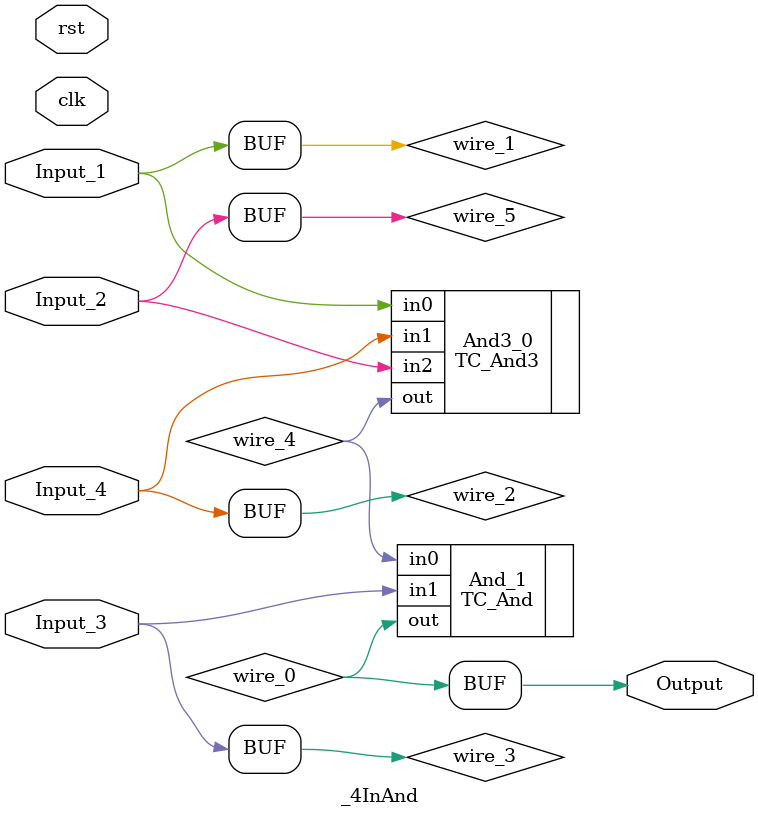
<source format=v>
module _4InAnd (clk, rst, Input_1, Input_2, Input_3, Input_4, Output);
  parameter UUID = 0;
  parameter NAME = "";
  input wire clk;
  input wire rst;

  input  wire [0:0] Input_1;
  input  wire [0:0] Input_2;
  input  wire [0:0] Input_3;
  input  wire [0:0] Input_4;
  output  wire [0:0] Output;

  TC_And3 # (.UUID(64'd4043111687497877336 ^ UUID), .BIT_WIDTH(64'd1)) And3_0 (.in0(wire_1), .in1(wire_2), .in2(wire_5), .out(wire_4));
  TC_And # (.UUID(64'd3640203331965418627 ^ UUID), .BIT_WIDTH(64'd1)) And_1 (.in0(wire_4), .in1(wire_3), .out(wire_0));

  wire [0:0] wire_0;
  assign Output = wire_0;
  wire [0:0] wire_1;
  assign wire_1 = Input_1;
  wire [0:0] wire_2;
  assign wire_2 = Input_4;
  wire [0:0] wire_3;
  assign wire_3 = Input_3;
  wire [0:0] wire_4;
  wire [0:0] wire_5;
  assign wire_5 = Input_2;

endmodule

</source>
